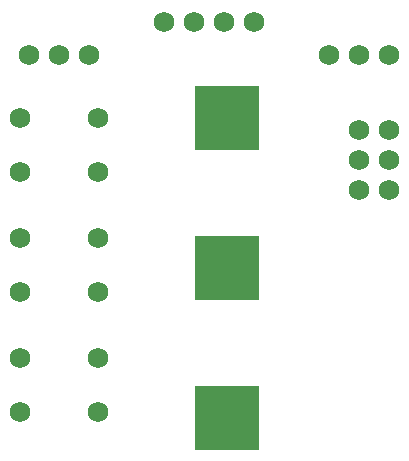
<source format=gbs>
G04 (created by PCBNEW (2013-may-18)-stable) date Fri 29 Jul 2016 08:50:58 PM PDT*
%MOIN*%
G04 Gerber Fmt 3.4, Leading zero omitted, Abs format*
%FSLAX34Y34*%
G01*
G70*
G90*
G04 APERTURE LIST*
%ADD10C,0.00590551*%
%ADD11R,0.216535X0.216535*%
%ADD12C,0.0688976*%
G04 APERTURE END LIST*
G54D10*
G54D11*
X40600Y-28100D03*
X40600Y-33100D03*
X40600Y-23100D03*
G54D12*
X45000Y-24500D03*
X46000Y-24500D03*
X46000Y-23500D03*
X45000Y-23500D03*
X45000Y-25500D03*
X46000Y-25500D03*
X33700Y-31100D03*
X36300Y-31100D03*
X36300Y-32900D03*
X33700Y-32900D03*
X33700Y-27100D03*
X36300Y-27100D03*
X36300Y-28900D03*
X33700Y-28900D03*
X33700Y-23100D03*
X36300Y-23100D03*
X36300Y-24900D03*
X33700Y-24900D03*
X45000Y-21000D03*
X46000Y-21000D03*
X44000Y-21000D03*
X35000Y-21000D03*
X36000Y-21000D03*
X34000Y-21000D03*
X41500Y-19900D03*
X40500Y-19900D03*
X39500Y-19900D03*
X38500Y-19900D03*
M02*

</source>
